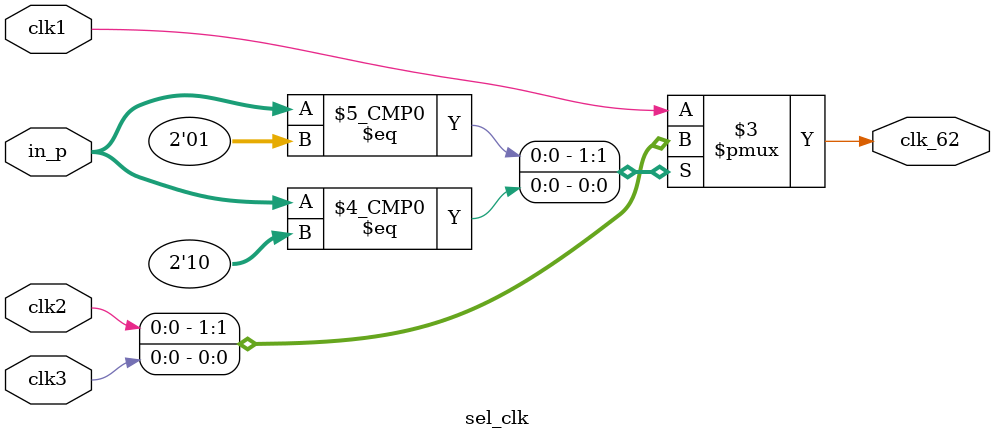
<source format=v>
module sel_clk(clk1,clk2,clk3,in_p,clk_62);

input clk1,clk2,clk3;
input [1:0] in_p;

output reg clk_62;

always @(in_p)
begin
	case(in_p)
		'd0:clk_62 = clk1;
		'd1:clk_62 = clk2;
		'd2:clk_62 = clk3;
		default: clk_62 = clk1;
	endcase
end

endmodule

</source>
